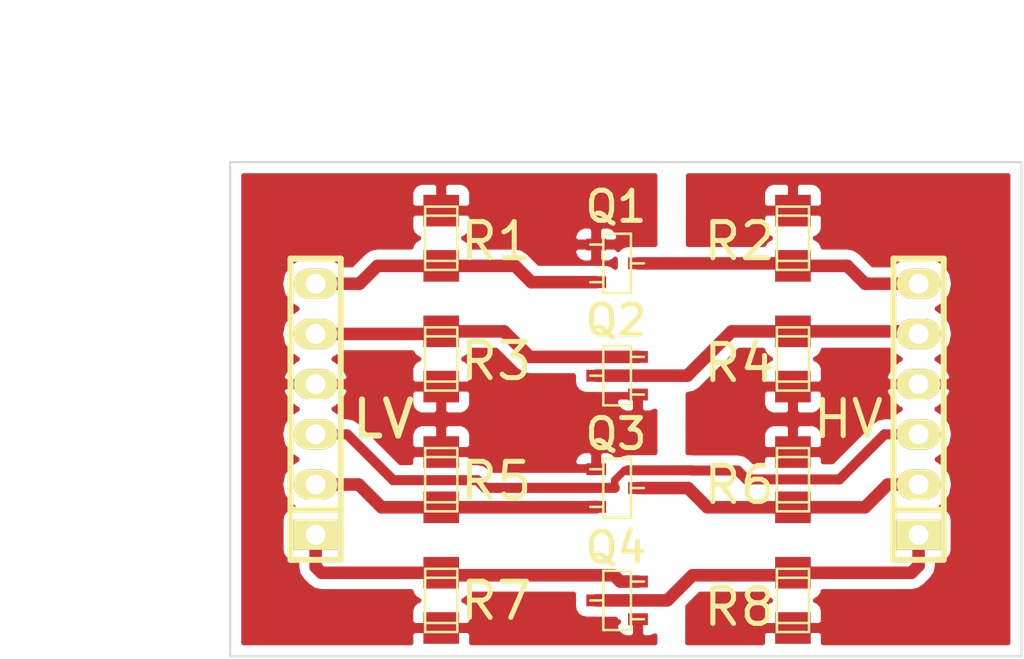
<source format=kicad_pcb>
(kicad_pcb (version 4) (host pcbnew 4.0.5)

  (general
    (links 29)
    (no_connects 1)
    (area 119.949999 85.949999 160.050001 111.050001)
    (thickness 1.6)
    (drawings 6)
    (tracks 69)
    (zones 0)
    (modules 14)
    (nets 12)
  )

  (page A4)
  (layers
    (0 F.Cu signal)
    (31 B.Cu signal)
    (32 B.Adhes user)
    (33 F.Adhes user)
    (34 B.Paste user)
    (35 F.Paste user)
    (36 B.SilkS user)
    (37 F.SilkS user)
    (38 B.Mask user)
    (39 F.Mask user)
    (40 Dwgs.User user)
    (41 Cmts.User user)
    (42 Eco1.User user)
    (43 Eco2.User user)
    (44 Edge.Cuts user)
    (45 Margin user)
    (46 B.CrtYd user)
    (47 F.CrtYd user)
    (48 B.Fab user)
    (49 F.Fab user)
  )

  (setup
    (last_trace_width 0.635)
    (user_trace_width 0.381)
    (user_trace_width 0.508)
    (user_trace_width 0.635)
    (user_trace_width 0.762)
    (user_trace_width 1.27)
    (trace_clearance 0.3048)
    (zone_clearance 0.508)
    (zone_45_only no)
    (trace_min 0.3048)
    (segment_width 0.2)
    (edge_width 0.1)
    (via_size 0.6)
    (via_drill 0.4)
    (via_min_size 0.4)
    (via_min_drill 0.3)
    (uvia_size 0.3)
    (uvia_drill 0.1)
    (uvias_allowed no)
    (uvia_min_size 0.2)
    (uvia_min_drill 0.1)
    (pcb_text_width 0.3)
    (pcb_text_size 1.5 1.5)
    (mod_edge_width 0.15)
    (mod_text_size 1 1)
    (mod_text_width 0.15)
    (pad_size 1.5 1.5)
    (pad_drill 0.6)
    (pad_to_mask_clearance 0)
    (aux_axis_origin 0 0)
    (visible_elements 7FFFFFFF)
    (pcbplotparams
      (layerselection 0x00030_80000001)
      (usegerberextensions false)
      (excludeedgelayer true)
      (linewidth 0.100000)
      (plotframeref false)
      (viasonmask false)
      (mode 1)
      (useauxorigin false)
      (hpglpennumber 1)
      (hpglpenspeed 20)
      (hpglpendiameter 15)
      (hpglpenoverlay 2)
      (psnegative false)
      (psa4output false)
      (plotreference true)
      (plotvalue true)
      (plotinvisibletext false)
      (padsonsilk false)
      (subtractmaskfromsilk false)
      (outputformat 1)
      (mirror false)
      (drillshape 1)
      (scaleselection 1)
      (outputdirectory ""))
  )

  (net 0 "")
  (net 1 /LV4)
  (net 2 /LV3)
  (net 3 GND)
  (net 4 +3V3)
  (net 5 /LV2)
  (net 6 /LV1)
  (net 7 /HV4)
  (net 8 /HV3)
  (net 9 +5V)
  (net 10 /HV2)
  (net 11 /HV1)

  (net_class Default "Esta es la clase de red por defecto."
    (clearance 0.3048)
    (trace_width 0.3048)
    (via_dia 0.6)
    (via_drill 0.4)
    (uvia_dia 0.3)
    (uvia_drill 0.1)
    (add_net +3V3)
    (add_net +5V)
    (add_net /HV1)
    (add_net /HV2)
    (add_net /HV3)
    (add_net /HV4)
    (add_net /LV1)
    (add_net /LV2)
    (add_net /LV3)
    (add_net /LV4)
    (add_net GND)
  )

  (module Footprint:Pin_Header_6 (layer F.Cu) (tedit 58737DD3) (tstamp 57111A04)
    (at 124.32 98.5 90)
    (descr "Pin socket 6pin")
    (tags "CONN DEV")
    (path /57105CE0)
    (fp_text reference J1 (at 0 -3.32 90) (layer F.SilkS) hide
      (effects (font (size 1.8288 1.8288) (thickness 0.254)))
    )
    (fp_text value LV (at -0.5 3.43 180) (layer F.SilkS)
      (effects (font (size 1.8288 1.8288) (thickness 0.3048)))
    )
    (fp_line (start -5.08 -1.27) (end -5.08 1.27) (layer F.SilkS) (width 0.3048))
    (fp_line (start -7.62 1.27) (end -7.62 -1.27) (layer F.SilkS) (width 0.3048))
    (fp_line (start -7.62 -1.27) (end 7.62 -1.27) (layer F.SilkS) (width 0.3048))
    (fp_line (start 7.62 -1.27) (end 7.62 1.27) (layer F.SilkS) (width 0.3048))
    (fp_line (start 7.62 1.27) (end -7.62 1.27) (layer F.SilkS) (width 0.3048))
    (pad 1 thru_hole rect (at -6.35 0 90) (size 1.524 2.19964) (drill 1.00076) (layers *.Cu *.Mask F.SilkS)
      (net 1 /LV4))
    (pad 2 thru_hole oval (at -3.81 0 90) (size 1.524 2.19964) (drill 1.00076) (layers *.Cu *.Mask F.SilkS)
      (net 2 /LV3))
    (pad 3 thru_hole oval (at -1.27 0 90) (size 1.524 2.19964) (drill 1.00076) (layers *.Cu *.Mask F.SilkS)
      (net 3 GND))
    (pad 4 thru_hole oval (at 1.27 0 90) (size 1.524 2.19964) (drill 1.00076) (layers *.Cu *.Mask F.SilkS)
      (net 4 +3V3))
    (pad 5 thru_hole oval (at 3.81 0 90) (size 1.524 2.19964) (drill 1.00076) (layers *.Cu *.Mask F.SilkS)
      (net 5 /LV2))
    (pad 6 thru_hole oval (at 6.35 0 90) (size 1.524 2.19964) (drill 1.00076) (layers *.Cu *.Mask F.SilkS)
      (net 6 /LV1))
    (model Pin_socket_6.wrl
      (at (xyz 0 0 0))
      (scale (xyz 1 1 1))
      (rotate (xyz 0 0 0))
    )
  )

  (module Footprint:Pin_Header_6 (layer F.Cu) (tedit 58737DCE) (tstamp 57111A13)
    (at 154.8 98.5 90)
    (descr "Pin socket 6pin")
    (tags "CONN DEV")
    (path /57105B26)
    (fp_text reference J2 (at 0 -2.159 90) (layer F.SilkS) hide
      (effects (font (size 1.8288 1.8288) (thickness 0.254)))
    )
    (fp_text value HV (at -0.5 -3.55 180) (layer F.SilkS)
      (effects (font (size 1.8288 1.8288) (thickness 0.254)))
    )
    (fp_line (start -5.08 -1.27) (end -5.08 1.27) (layer F.SilkS) (width 0.3048))
    (fp_line (start -7.62 1.27) (end -7.62 -1.27) (layer F.SilkS) (width 0.3048))
    (fp_line (start -7.62 -1.27) (end 7.62 -1.27) (layer F.SilkS) (width 0.3048))
    (fp_line (start 7.62 -1.27) (end 7.62 1.27) (layer F.SilkS) (width 0.3048))
    (fp_line (start 7.62 1.27) (end -7.62 1.27) (layer F.SilkS) (width 0.3048))
    (pad 1 thru_hole rect (at -6.35 0 90) (size 1.524 2.19964) (drill 1.00076) (layers *.Cu *.Mask F.SilkS)
      (net 7 /HV4))
    (pad 2 thru_hole oval (at -3.81 0 90) (size 1.524 2.19964) (drill 1.00076) (layers *.Cu *.Mask F.SilkS)
      (net 8 /HV3))
    (pad 3 thru_hole oval (at -1.27 0 90) (size 1.524 2.19964) (drill 1.00076) (layers *.Cu *.Mask F.SilkS)
      (net 3 GND))
    (pad 4 thru_hole oval (at 1.27 0 90) (size 1.524 2.19964) (drill 1.00076) (layers *.Cu *.Mask F.SilkS)
      (net 9 +5V))
    (pad 5 thru_hole oval (at 3.81 0 90) (size 1.524 2.19964) (drill 1.00076) (layers *.Cu *.Mask F.SilkS)
      (net 10 /HV2))
    (pad 6 thru_hole oval (at 6.35 0 90) (size 1.524 2.19964) (drill 1.00076) (layers *.Cu *.Mask F.SilkS)
      (net 11 /HV1))
    (model Pin_socket_6.wrl
      (at (xyz 0 0 0))
      (scale (xyz 1 1 1))
      (rotate (xyz 0 0 0))
    )
  )

  (module Footprint:SOT23 (layer F.Cu) (tedit 58737E94) (tstamp 57111A21)
    (at 139.56 91.12 270)
    (descr SOT23)
    (path /57079295)
    (fp_text reference Q1 (at -2.87 0.06 360) (layer F.SilkS)
      (effects (font (thickness 0.254)))
    )
    (fp_text value 2N7002 (at 0 0.3302 270) (layer F.SilkS) hide
      (effects (font (size 0.50038 0.50038) (thickness 0.09906)))
    )
    (fp_line (start 0.9525 0.6985) (end 0.9525 1.3589) (layer F.SilkS) (width 0.127))
    (fp_line (start -0.9525 0.6985) (end -0.9525 1.3589) (layer F.SilkS) (width 0.127))
    (fp_line (start 0 -0.6985) (end 0 -1.3589) (layer F.SilkS) (width 0.127))
    (fp_line (start -1.4986 -0.6985) (end 1.4986 -0.6985) (layer F.SilkS) (width 0.127))
    (fp_line (start 1.4986 -0.6985) (end 1.4986 0.6985) (layer F.SilkS) (width 0.127))
    (fp_line (start 1.4986 0.6985) (end -1.4986 0.6985) (layer F.SilkS) (width 0.127))
    (fp_line (start -1.4986 0.6985) (end -1.4986 -0.6985) (layer F.SilkS) (width 0.127))
    (pad 1 smd rect (at -0.9525 1.05664 270) (size 0.59944 1.00076) (layers F.Cu F.Paste F.Mask)
      (net 4 +3V3))
    (pad 2 smd rect (at 0 -1.05664 270) (size 0.59944 1.00076) (layers F.Cu F.Paste F.Mask)
      (net 11 /HV1))
    (pad 3 smd rect (at 0.9525 1.05664 270) (size 0.59944 1.00076) (layers F.Cu F.Paste F.Mask)
      (net 6 /LV1))
    (model SOT-23.wrl
      (at (xyz 0 0 0))
      (scale (xyz 1 1 1))
      (rotate (xyz 0 0 0))
    )
  )

  (module Footprint:SOT23 (layer F.Cu) (tedit 58737E89) (tstamp 57111A2F)
    (at 139.56 96.803333 90)
    (descr SOT23)
    (path /5709CC21)
    (fp_text reference Q2 (at 2.803333 -0.06 180) (layer F.SilkS)
      (effects (font (thickness 0.254)))
    )
    (fp_text value 2N7002 (at 0 0.3302 90) (layer F.SilkS) hide
      (effects (font (size 0.50038 0.50038) (thickness 0.09906)))
    )
    (fp_line (start 0.9525 0.6985) (end 0.9525 1.3589) (layer F.SilkS) (width 0.127))
    (fp_line (start -0.9525 0.6985) (end -0.9525 1.3589) (layer F.SilkS) (width 0.127))
    (fp_line (start 0 -0.6985) (end 0 -1.3589) (layer F.SilkS) (width 0.127))
    (fp_line (start -1.4986 -0.6985) (end 1.4986 -0.6985) (layer F.SilkS) (width 0.127))
    (fp_line (start 1.4986 -0.6985) (end 1.4986 0.6985) (layer F.SilkS) (width 0.127))
    (fp_line (start 1.4986 0.6985) (end -1.4986 0.6985) (layer F.SilkS) (width 0.127))
    (fp_line (start -1.4986 0.6985) (end -1.4986 -0.6985) (layer F.SilkS) (width 0.127))
    (pad 1 smd rect (at -0.9525 1.05664 90) (size 0.59944 1.00076) (layers F.Cu F.Paste F.Mask)
      (net 4 +3V3))
    (pad 2 smd rect (at 0 -1.05664 90) (size 0.59944 1.00076) (layers F.Cu F.Paste F.Mask)
      (net 10 /HV2))
    (pad 3 smd rect (at 0.9525 1.05664 90) (size 0.59944 1.00076) (layers F.Cu F.Paste F.Mask)
      (net 5 /LV2))
    (model SOT-23.wrl
      (at (xyz 0 0 0))
      (scale (xyz 1 1 1))
      (rotate (xyz 0 0 0))
    )
  )

  (module Footprint:SOT23 (layer F.Cu) (tedit 58737E7F) (tstamp 57111A3D)
    (at 139.56 102.486666 270)
    (descr SOT23)
    (path /5709E7A5)
    (fp_text reference Q3 (at -2.736666 0.06 360) (layer F.SilkS)
      (effects (font (thickness 0.254)))
    )
    (fp_text value 2N7002 (at 0 0.3302 270) (layer F.SilkS) hide
      (effects (font (size 0.50038 0.50038) (thickness 0.09906)))
    )
    (fp_line (start 0.9525 0.6985) (end 0.9525 1.3589) (layer F.SilkS) (width 0.127))
    (fp_line (start -0.9525 0.6985) (end -0.9525 1.3589) (layer F.SilkS) (width 0.127))
    (fp_line (start 0 -0.6985) (end 0 -1.3589) (layer F.SilkS) (width 0.127))
    (fp_line (start -1.4986 -0.6985) (end 1.4986 -0.6985) (layer F.SilkS) (width 0.127))
    (fp_line (start 1.4986 -0.6985) (end 1.4986 0.6985) (layer F.SilkS) (width 0.127))
    (fp_line (start 1.4986 0.6985) (end -1.4986 0.6985) (layer F.SilkS) (width 0.127))
    (fp_line (start -1.4986 0.6985) (end -1.4986 -0.6985) (layer F.SilkS) (width 0.127))
    (pad 1 smd rect (at -0.9525 1.05664 270) (size 0.59944 1.00076) (layers F.Cu F.Paste F.Mask)
      (net 4 +3V3))
    (pad 2 smd rect (at 0 -1.05664 270) (size 0.59944 1.00076) (layers F.Cu F.Paste F.Mask)
      (net 8 /HV3))
    (pad 3 smd rect (at 0.9525 1.05664 270) (size 0.59944 1.00076) (layers F.Cu F.Paste F.Mask)
      (net 2 /LV3))
    (model SOT-23.wrl
      (at (xyz 0 0 0))
      (scale (xyz 1 1 1))
      (rotate (xyz 0 0 0))
    )
  )

  (module Footprint:SOT23 (layer F.Cu) (tedit 58737EA8) (tstamp 57111A4B)
    (at 139.56 108.169999 90)
    (descr SOT23)
    (path /5709F0D4)
    (fp_text reference Q4 (at 2.669999 -0.06 180) (layer F.SilkS)
      (effects (font (thickness 0.254)))
    )
    (fp_text value 2N7002 (at 0 0.3302 90) (layer F.SilkS) hide
      (effects (font (size 0.50038 0.50038) (thickness 0.09906)))
    )
    (fp_line (start 0.9525 0.6985) (end 0.9525 1.3589) (layer F.SilkS) (width 0.127))
    (fp_line (start -0.9525 0.6985) (end -0.9525 1.3589) (layer F.SilkS) (width 0.127))
    (fp_line (start 0 -0.6985) (end 0 -1.3589) (layer F.SilkS) (width 0.127))
    (fp_line (start -1.4986 -0.6985) (end 1.4986 -0.6985) (layer F.SilkS) (width 0.127))
    (fp_line (start 1.4986 -0.6985) (end 1.4986 0.6985) (layer F.SilkS) (width 0.127))
    (fp_line (start 1.4986 0.6985) (end -1.4986 0.6985) (layer F.SilkS) (width 0.127))
    (fp_line (start -1.4986 0.6985) (end -1.4986 -0.6985) (layer F.SilkS) (width 0.127))
    (pad 1 smd rect (at -0.9525 1.05664 90) (size 0.59944 1.00076) (layers F.Cu F.Paste F.Mask)
      (net 4 +3V3))
    (pad 2 smd rect (at 0 -1.05664 90) (size 0.59944 1.00076) (layers F.Cu F.Paste F.Mask)
      (net 7 /HV4))
    (pad 3 smd rect (at 0.9525 1.05664 90) (size 0.59944 1.00076) (layers F.Cu F.Paste F.Mask)
      (net 1 /LV4))
    (model SOT-23.wrl
      (at (xyz 0 0 0))
      (scale (xyz 1 1 1))
      (rotate (xyz 0 0 0))
    )
  )

  (module Footprint:R_1206 (layer F.Cu) (tedit 58737D2C) (tstamp 57111A57)
    (at 130.67 89.85 90)
    (descr "SMT resistor, 1206")
    (path /5707905F)
    (fp_text reference R1 (at -0.15 2.775217 180) (layer F.SilkS)
      (effects (font (size 1.8288 1.8288) (thickness 0.254)))
    )
    (fp_text value 10K (at 0 1.27 90) (layer F.SilkS) hide
      (effects (font (size 0.50038 0.50038) (thickness 0.11938)))
    )
    (fp_line (start 1.143 0.8128) (end 1.143 -0.8128) (layer F.SilkS) (width 0.127))
    (fp_line (start -1.143 -0.8128) (end -1.143 0.8128) (layer F.SilkS) (width 0.127))
    (fp_line (start -1.6002 -0.8128) (end -1.6002 0.8128) (layer F.SilkS) (width 0.127))
    (fp_line (start -1.6002 0.8128) (end 1.6002 0.8128) (layer F.SilkS) (width 0.127))
    (fp_line (start 1.6002 0.8128) (end 1.6002 -0.8128) (layer F.SilkS) (width 0.127))
    (fp_line (start 1.6002 -0.8128) (end -1.6002 -0.8128) (layer F.SilkS) (width 0.127))
    (pad 1 smd rect (at 1.397 0 90) (size 1.6002 1.8034) (layers F.Cu F.Paste F.Mask)
      (net 4 +3V3))
    (pad 2 smd rect (at -1.397 0 90) (size 1.6002 1.8034) (layers F.Cu F.Paste F.Mask)
      (net 6 /LV1))
    (model R_1206.wrl
      (at (xyz 0 0 0))
      (scale (xyz 1 1 1))
      (rotate (xyz 0 0 0))
    )
  )

  (module Footprint:R_1206 (layer F.Cu) (tedit 58737D78) (tstamp 57111A63)
    (at 148.45 89.85 90)
    (descr "SMT resistor, 1206")
    (path /570792EE)
    (fp_text reference R2 (at -0.15 -2.7 180) (layer F.SilkS)
      (effects (font (size 1.8288 1.8288) (thickness 0.254)))
    )
    (fp_text value 10K (at 0 1.27 90) (layer F.SilkS) hide
      (effects (font (size 0.50038 0.50038) (thickness 0.11938)))
    )
    (fp_line (start 1.143 0.8128) (end 1.143 -0.8128) (layer F.SilkS) (width 0.127))
    (fp_line (start -1.143 -0.8128) (end -1.143 0.8128) (layer F.SilkS) (width 0.127))
    (fp_line (start -1.6002 -0.8128) (end -1.6002 0.8128) (layer F.SilkS) (width 0.127))
    (fp_line (start -1.6002 0.8128) (end 1.6002 0.8128) (layer F.SilkS) (width 0.127))
    (fp_line (start 1.6002 0.8128) (end 1.6002 -0.8128) (layer F.SilkS) (width 0.127))
    (fp_line (start 1.6002 -0.8128) (end -1.6002 -0.8128) (layer F.SilkS) (width 0.127))
    (pad 1 smd rect (at 1.397 0 90) (size 1.6002 1.8034) (layers F.Cu F.Paste F.Mask)
      (net 9 +5V))
    (pad 2 smd rect (at -1.397 0 90) (size 1.6002 1.8034) (layers F.Cu F.Paste F.Mask)
      (net 11 /HV1))
    (model R_1206.wrl
      (at (xyz 0 0 0))
      (scale (xyz 1 1 1))
      (rotate (xyz 0 0 0))
    )
  )

  (module Footprint:R_1206 (layer F.Cu) (tedit 58737DFE) (tstamp 57111A6F)
    (at 130.67 95.956666 270)
    (descr "SMT resistor, 1206")
    (path /5709CB7A)
    (fp_text reference R3 (at 0.108466 -2.775217 360) (layer F.SilkS)
      (effects (font (size 1.8288 1.8288) (thickness 0.254)))
    )
    (fp_text value 10K (at 0 1.27 270) (layer F.SilkS) hide
      (effects (font (size 0.50038 0.50038) (thickness 0.11938)))
    )
    (fp_line (start 1.143 0.8128) (end 1.143 -0.8128) (layer F.SilkS) (width 0.127))
    (fp_line (start -1.143 -0.8128) (end -1.143 0.8128) (layer F.SilkS) (width 0.127))
    (fp_line (start -1.6002 -0.8128) (end -1.6002 0.8128) (layer F.SilkS) (width 0.127))
    (fp_line (start -1.6002 0.8128) (end 1.6002 0.8128) (layer F.SilkS) (width 0.127))
    (fp_line (start 1.6002 0.8128) (end 1.6002 -0.8128) (layer F.SilkS) (width 0.127))
    (fp_line (start 1.6002 -0.8128) (end -1.6002 -0.8128) (layer F.SilkS) (width 0.127))
    (pad 1 smd rect (at 1.397 0 270) (size 1.6002 1.8034) (layers F.Cu F.Paste F.Mask)
      (net 4 +3V3))
    (pad 2 smd rect (at -1.397 0 270) (size 1.6002 1.8034) (layers F.Cu F.Paste F.Mask)
      (net 5 /LV2))
    (model R_1206.wrl
      (at (xyz 0 0 0))
      (scale (xyz 1 1 1))
      (rotate (xyz 0 0 0))
    )
  )

  (module Footprint:R_1206 (layer F.Cu) (tedit 58737D81) (tstamp 57111A7B)
    (at 148.45 95.956666 270)
    (descr "SMT resistor, 1206")
    (path /5709CBA7)
    (fp_text reference R4 (at 0.21 2.7 360) (layer F.SilkS)
      (effects (font (size 1.8288 1.8288) (thickness 0.254)))
    )
    (fp_text value 10K (at 0 1.27 270) (layer F.SilkS) hide
      (effects (font (size 0.50038 0.50038) (thickness 0.11938)))
    )
    (fp_line (start 1.143 0.8128) (end 1.143 -0.8128) (layer F.SilkS) (width 0.127))
    (fp_line (start -1.143 -0.8128) (end -1.143 0.8128) (layer F.SilkS) (width 0.127))
    (fp_line (start -1.6002 -0.8128) (end -1.6002 0.8128) (layer F.SilkS) (width 0.127))
    (fp_line (start -1.6002 0.8128) (end 1.6002 0.8128) (layer F.SilkS) (width 0.127))
    (fp_line (start 1.6002 0.8128) (end 1.6002 -0.8128) (layer F.SilkS) (width 0.127))
    (fp_line (start 1.6002 -0.8128) (end -1.6002 -0.8128) (layer F.SilkS) (width 0.127))
    (pad 1 smd rect (at 1.397 0 270) (size 1.6002 1.8034) (layers F.Cu F.Paste F.Mask)
      (net 9 +5V))
    (pad 2 smd rect (at -1.397 0 270) (size 1.6002 1.8034) (layers F.Cu F.Paste F.Mask)
      (net 10 /HV2))
    (model R_1206.wrl
      (at (xyz 0 0 0))
      (scale (xyz 1 1 1))
      (rotate (xyz 0 0 0))
    )
  )

  (module Footprint:R_1206 (layer F.Cu) (tedit 58737D6E) (tstamp 57111A87)
    (at 130.67 102.063332 90)
    (descr "SMT resistor, 1206")
    (path /5709E799)
    (fp_text reference R5 (at -0.066932 2.775217 180) (layer F.SilkS)
      (effects (font (size 1.8288 1.8288) (thickness 0.254)))
    )
    (fp_text value 10K (at 0 1.27 90) (layer F.SilkS) hide
      (effects (font (size 0.50038 0.50038) (thickness 0.11938)))
    )
    (fp_line (start 1.143 0.8128) (end 1.143 -0.8128) (layer F.SilkS) (width 0.127))
    (fp_line (start -1.143 -0.8128) (end -1.143 0.8128) (layer F.SilkS) (width 0.127))
    (fp_line (start -1.6002 -0.8128) (end -1.6002 0.8128) (layer F.SilkS) (width 0.127))
    (fp_line (start -1.6002 0.8128) (end 1.6002 0.8128) (layer F.SilkS) (width 0.127))
    (fp_line (start 1.6002 0.8128) (end 1.6002 -0.8128) (layer F.SilkS) (width 0.127))
    (fp_line (start 1.6002 -0.8128) (end -1.6002 -0.8128) (layer F.SilkS) (width 0.127))
    (pad 1 smd rect (at 1.397 0 90) (size 1.6002 1.8034) (layers F.Cu F.Paste F.Mask)
      (net 4 +3V3))
    (pad 2 smd rect (at -1.397 0 90) (size 1.6002 1.8034) (layers F.Cu F.Paste F.Mask)
      (net 2 /LV3))
    (model R_1206.wrl
      (at (xyz 0 0 0))
      (scale (xyz 1 1 1))
      (rotate (xyz 0 0 0))
    )
  )

  (module Footprint:R_1206 (layer F.Cu) (tedit 58737D8B) (tstamp 57111A93)
    (at 148.45 102.063332 90)
    (descr "SMT resistor, 1206")
    (path /5709E79F)
    (fp_text reference R6 (at -0.27 -2.7 180) (layer F.SilkS)
      (effects (font (size 1.8288 1.8288) (thickness 0.254)))
    )
    (fp_text value 10K (at 0 1.27 90) (layer F.SilkS) hide
      (effects (font (size 0.50038 0.50038) (thickness 0.11938)))
    )
    (fp_line (start 1.143 0.8128) (end 1.143 -0.8128) (layer F.SilkS) (width 0.127))
    (fp_line (start -1.143 -0.8128) (end -1.143 0.8128) (layer F.SilkS) (width 0.127))
    (fp_line (start -1.6002 -0.8128) (end -1.6002 0.8128) (layer F.SilkS) (width 0.127))
    (fp_line (start -1.6002 0.8128) (end 1.6002 0.8128) (layer F.SilkS) (width 0.127))
    (fp_line (start 1.6002 0.8128) (end 1.6002 -0.8128) (layer F.SilkS) (width 0.127))
    (fp_line (start 1.6002 -0.8128) (end -1.6002 -0.8128) (layer F.SilkS) (width 0.127))
    (pad 1 smd rect (at 1.397 0 90) (size 1.6002 1.8034) (layers F.Cu F.Paste F.Mask)
      (net 9 +5V))
    (pad 2 smd rect (at -1.397 0 90) (size 1.6002 1.8034) (layers F.Cu F.Paste F.Mask)
      (net 8 /HV3))
    (model R_1206.wrl
      (at (xyz 0 0 0))
      (scale (xyz 1 1 1))
      (rotate (xyz 0 0 0))
    )
  )

  (module Footprint:R_1206 (layer F.Cu) (tedit 58737D66) (tstamp 57111A9F)
    (at 130.67 108.169998 270)
    (descr "SMT resistor, 1206")
    (path /5709F0C8)
    (fp_text reference R7 (at 0.025398 -2.775217 360) (layer F.SilkS)
      (effects (font (size 1.8288 1.8288) (thickness 0.254)))
    )
    (fp_text value 10K (at 0 1.27 270) (layer F.SilkS) hide
      (effects (font (size 0.50038 0.50038) (thickness 0.11938)))
    )
    (fp_line (start 1.143 0.8128) (end 1.143 -0.8128) (layer F.SilkS) (width 0.127))
    (fp_line (start -1.143 -0.8128) (end -1.143 0.8128) (layer F.SilkS) (width 0.127))
    (fp_line (start -1.6002 -0.8128) (end -1.6002 0.8128) (layer F.SilkS) (width 0.127))
    (fp_line (start -1.6002 0.8128) (end 1.6002 0.8128) (layer F.SilkS) (width 0.127))
    (fp_line (start 1.6002 0.8128) (end 1.6002 -0.8128) (layer F.SilkS) (width 0.127))
    (fp_line (start 1.6002 -0.8128) (end -1.6002 -0.8128) (layer F.SilkS) (width 0.127))
    (pad 1 smd rect (at 1.397 0 270) (size 1.6002 1.8034) (layers F.Cu F.Paste F.Mask)
      (net 4 +3V3))
    (pad 2 smd rect (at -1.397 0 270) (size 1.6002 1.8034) (layers F.Cu F.Paste F.Mask)
      (net 1 /LV4))
    (model R_1206.wrl
      (at (xyz 0 0 0))
      (scale (xyz 1 1 1))
      (rotate (xyz 0 0 0))
    )
  )

  (module Footprint:R_1206 (layer F.Cu) (tedit 58737D94) (tstamp 57111AAB)
    (at 148.45 108.169998 270)
    (descr "SMT resistor, 1206")
    (path /5709F0CE)
    (fp_text reference R8 (at 0.33 2.7 360) (layer F.SilkS)
      (effects (font (size 1.8288 1.8288) (thickness 0.254)))
    )
    (fp_text value 10K (at 0 1.27 270) (layer F.SilkS) hide
      (effects (font (size 0.50038 0.50038) (thickness 0.11938)))
    )
    (fp_line (start 1.143 0.8128) (end 1.143 -0.8128) (layer F.SilkS) (width 0.127))
    (fp_line (start -1.143 -0.8128) (end -1.143 0.8128) (layer F.SilkS) (width 0.127))
    (fp_line (start -1.6002 -0.8128) (end -1.6002 0.8128) (layer F.SilkS) (width 0.127))
    (fp_line (start -1.6002 0.8128) (end 1.6002 0.8128) (layer F.SilkS) (width 0.127))
    (fp_line (start 1.6002 0.8128) (end 1.6002 -0.8128) (layer F.SilkS) (width 0.127))
    (fp_line (start 1.6002 -0.8128) (end -1.6002 -0.8128) (layer F.SilkS) (width 0.127))
    (pad 1 smd rect (at 1.397 0 270) (size 1.6002 1.8034) (layers F.Cu F.Paste F.Mask)
      (net 9 +5V))
    (pad 2 smd rect (at -1.397 0 270) (size 1.6002 1.8034) (layers F.Cu F.Paste F.Mask)
      (net 7 /HV4))
    (model R_1206.wrl
      (at (xyz 0 0 0))
      (scale (xyz 1 1 1))
      (rotate (xyz 0 0 0))
    )
  )

  (dimension 25 (width 0.3) (layer Dwgs.User)
    (gr_text 25,000mm (at 114.65 98.5 90) (layer Dwgs.User)
      (effects (font (size 1.5 1.5) (thickness 0.3)))
    )
    (feature1 (pts (xy 120 86) (xy 113.3 86)))
    (feature2 (pts (xy 120 111) (xy 113.3 111)))
    (crossbar (pts (xy 116 111) (xy 116 86)))
    (arrow1a (pts (xy 116 86) (xy 116.586421 87.126504)))
    (arrow1b (pts (xy 116 86) (xy 115.413579 87.126504)))
    (arrow2a (pts (xy 116 111) (xy 116.586421 109.873496)))
    (arrow2b (pts (xy 116 111) (xy 115.413579 109.873496)))
  )
  (dimension 40 (width 0.3) (layer Dwgs.User)
    (gr_text 40,000mm (at 140 79.65) (layer Dwgs.User)
      (effects (font (size 1.5 1.5) (thickness 0.3)))
    )
    (feature1 (pts (xy 160 86) (xy 160 78.3)))
    (feature2 (pts (xy 120 86) (xy 120 78.3)))
    (crossbar (pts (xy 120 81) (xy 160 81)))
    (arrow1a (pts (xy 160 81) (xy 158.873496 81.586421)))
    (arrow1b (pts (xy 160 81) (xy 158.873496 80.413579)))
    (arrow2a (pts (xy 120 81) (xy 121.126504 81.586421)))
    (arrow2b (pts (xy 120 81) (xy 121.126504 80.413579)))
  )
  (gr_line (start 120 111) (end 120 86) (angle 90) (layer Edge.Cuts) (width 0.1))
  (gr_line (start 160 111) (end 120 111) (angle 90) (layer Edge.Cuts) (width 0.1))
  (gr_line (start 160 86) (end 160 111) (angle 90) (layer Edge.Cuts) (width 0.1))
  (gr_line (start 120 86) (end 160 86) (angle 90) (layer Edge.Cuts) (width 0.1))

  (segment (start 124.613 106.773) (end 124.32 106.48) (width 0.635) (layer F.Cu) (net 1))
  (segment (start 124.32 106.48) (end 124.32 104.85) (width 0.635) (layer F.Cu) (net 1))
  (segment (start 125.403 106.773) (end 124.613 106.773) (width 0.635) (layer F.Cu) (net 1))
  (segment (start 130.67 106.773) (end 125.403 106.773) (width 0.635) (layer F.Cu) (net 1))
  (segment (start 139.4 106.9) (end 130.797 106.9) (width 0.635) (layer F.Cu) (net 1))
  (segment (start 130.797 106.9) (end 130.67 106.773) (width 0.635) (layer F.Cu) (net 1))
  (segment (start 139.7175 107.2175) (end 139.4 106.9) (width 0.635) (layer F.Cu) (net 1))
  (segment (start 140.61664 107.2175) (end 139.7175 107.2175) (width 0.635) (layer F.Cu) (net 1))
  (segment (start 130.543 106.9) (end 130.67 106.773) (width 0.635) (layer F.Cu) (net 1))
  (segment (start 130.543 106.9) (end 130.8605 107.2175) (width 0.381) (layer F.Cu) (net 1) (tstamp 5719228C))
  (segment (start 130.67 103.460332) (end 138.482194 103.460332) (width 0.635) (layer F.Cu) (net 2))
  (segment (start 138.482194 103.460332) (end 138.50336 103.439166) (width 0.635) (layer F.Cu) (net 2))
  (segment (start 126.5 102.31) (end 127.650332 103.460332) (width 0.635) (layer F.Cu) (net 2))
  (segment (start 127.650332 103.460332) (end 130.67 103.460332) (width 0.635) (layer F.Cu) (net 2))
  (segment (start 124.32 102.31) (end 126.5 102.31) (width 0.635) (layer F.Cu) (net 2))
  (segment (start 125.86 102.31) (end 124.32 102.31) (width 0.635) (layer F.Cu) (net 2))
  (segment (start 139.44 102.09) (end 139.94 101.59) (width 0.381) (layer F.Cu) (net 3))
  (segment (start 139.94 101.59) (end 140.1 101.59) (width 0.381) (layer F.Cu) (net 3))
  (segment (start 139.44 102.48) (end 139.44 102.09) (width 0.381) (layer F.Cu) (net 3))
  (segment (start 132.89 102.48) (end 132.5 102.09) (width 0.508) (layer F.Cu) (net 3))
  (segment (start 128.24 102.09) (end 125.92 99.77) (width 0.508) (layer F.Cu) (net 3))
  (segment (start 132.5 102.09) (end 128.24 102.09) (width 0.508) (layer F.Cu) (net 3))
  (segment (start 139.44 102.48) (end 133.51 102.48) (width 0.508) (layer F.Cu) (net 3))
  (segment (start 133.51 102.48) (end 132.89 102.48) (width 0.508) (layer F.Cu) (net 3))
  (segment (start 146.1 102.05) (end 150.8 102.05) (width 0.508) (layer F.Cu) (net 3))
  (segment (start 150.8 102.05) (end 153.08 99.77) (width 0.508) (layer F.Cu) (net 3))
  (segment (start 145.68 101.63) (end 146.1 102.05) (width 0.508) (layer F.Cu) (net 3))
  (segment (start 143.36 101.6) (end 145.67 101.6) (width 0.508) (layer F.Cu) (net 3))
  (segment (start 125.92 99.77) (end 124.32 99.77) (width 0.508) (layer F.Cu) (net 3))
  (segment (start 151.8 101.05) (end 153.08 99.77) (width 0.508) (layer F.Cu) (net 3))
  (segment (start 153.08 99.77) (end 154.8 99.77) (width 0.508) (layer F.Cu) (net 3))
  (segment (start 140.1 101.59) (end 143.37 101.59) (width 0.508) (layer F.Cu) (net 3))
  (segment (start 140.61664 95.850833) (end 135.133333 95.850833) (width 0.635) (layer F.Cu) (net 5))
  (segment (start 135.133333 95.850833) (end 133.842166 94.559666) (width 0.635) (layer F.Cu) (net 5))
  (segment (start 130.67 94.559666) (end 133.842166 94.559666) (width 0.635) (layer F.Cu) (net 5))
  (segment (start 133.842166 94.559666) (end 134.88 95.5975) (width 0.635) (layer F.Cu) (net 5))
  (segment (start 124.32 94.69) (end 130.539666 94.69) (width 0.635) (layer F.Cu) (net 5))
  (segment (start 130.539666 94.69) (end 130.67 94.559666) (width 0.635) (layer F.Cu) (net 5))
  (segment (start 126.54 92.15) (end 127.443 91.247) (width 0.635) (layer F.Cu) (net 6))
  (segment (start 127.443 91.247) (end 130.67 91.247) (width 0.635) (layer F.Cu) (net 6))
  (segment (start 124.32 92.15) (end 126.54 92.15) (width 0.635) (layer F.Cu) (net 6))
  (segment (start 134.4 91.247) (end 130.67 91.247) (width 0.635) (layer F.Cu) (net 6))
  (segment (start 135.2255 92.0725) (end 134.4 91.247) (width 0.635) (layer F.Cu) (net 6))
  (segment (start 138.50336 92.0725) (end 135.2255 92.0725) (width 0.635) (layer F.Cu) (net 6))
  (segment (start 154.437 106.773) (end 154.8 106.41) (width 0.635) (layer F.Cu) (net 7))
  (segment (start 154.8 106.41) (end 154.8 104.85) (width 0.635) (layer F.Cu) (net 7))
  (segment (start 153.597 106.773) (end 154.437 106.773) (width 0.635) (layer F.Cu) (net 7))
  (segment (start 148.45 106.773) (end 153.597 106.773) (width 0.635) (layer F.Cu) (net 7))
  (segment (start 148.577 106.9) (end 148.45 106.773) (width 0.635) (layer F.Cu) (net 7))
  (segment (start 143.37 106.9) (end 148.323 106.9) (width 0.635) (layer F.Cu) (net 7))
  (segment (start 148.323 106.9) (end 148.45 106.773) (width 0.635) (layer F.Cu) (net 7))
  (segment (start 142.1 108.17) (end 143.37 106.9) (width 0.635) (layer F.Cu) (net 7))
  (segment (start 138.50336 108.17) (end 142.1 108.17) (width 0.635) (layer F.Cu) (net 7))
  (segment (start 148.45 103.460332) (end 152.089668 103.460332) (width 0.635) (layer F.Cu) (net 8))
  (segment (start 152.089668 103.460332) (end 153.24 102.31) (width 0.635) (layer F.Cu) (net 8))
  (segment (start 143.146666 102.486666) (end 144.120332 103.460332) (width 0.635) (layer F.Cu) (net 8))
  (segment (start 144.120332 103.460332) (end 148.45 103.460332) (width 0.635) (layer F.Cu) (net 8))
  (segment (start 140.61664 102.486666) (end 143.146666 102.486666) (width 0.635) (layer F.Cu) (net 8))
  (segment (start 153.24 102.31) (end 154.8 102.31) (width 0.635) (layer F.Cu) (net 8))
  (segment (start 148.45 94.559666) (end 154.669666 94.559666) (width 0.635) (layer F.Cu) (net 10))
  (segment (start 154.669666 94.559666) (end 154.8 94.69) (width 0.635) (layer F.Cu) (net 10))
  (segment (start 143.106667 96.803333) (end 145.350334 94.559666) (width 0.635) (layer F.Cu) (net 10))
  (segment (start 145.350334 94.559666) (end 148.45 94.559666) (width 0.635) (layer F.Cu) (net 10))
  (segment (start 138.50336 96.803333) (end 143.106667 96.803333) (width 0.635) (layer F.Cu) (net 10))
  (segment (start 151.197 91.247) (end 152.1 92.15) (width 0.635) (layer F.Cu) (net 11))
  (segment (start 152.1 92.15) (end 154.8 92.15) (width 0.635) (layer F.Cu) (net 11))
  (segment (start 148.45 91.247) (end 151.197 91.247) (width 0.635) (layer F.Cu) (net 11))
  (segment (start 140.61664 91.12) (end 148.323 91.12) (width 0.635) (layer F.Cu) (net 11))
  (segment (start 148.323 91.12) (end 148.45 91.247) (width 0.635) (layer F.Cu) (net 11))

  (zone (net 4) (net_name +3V3) (layer F.Cu) (tstamp 5717F465) (hatch edge 0.508)
    (connect_pads (clearance 0.508))
    (min_thickness 0.254)
    (fill yes (arc_segments 16) (thermal_gap 0.508) (thermal_bridge_width 0.508))
    (polygon
      (pts
        (xy 141.6 111) (xy 120 111) (xy 120.01 86.02) (xy 141.6 86.02)
      )
    )
    (filled_polygon
      (pts
        (xy 141.473 90.1675) (xy 140.61664 90.1675) (xy 140.589794 90.17284) (xy 140.11626 90.17284) (xy 139.880943 90.217118)
        (xy 139.664819 90.35619) (xy 139.614835 90.429345) (xy 139.47999 90.2945) (xy 138.63036 90.2945) (xy 138.63036 90.94347)
        (xy 138.78911 91.10222) (xy 139.13005 91.10222) (xy 139.363439 91.005547) (xy 139.46882 90.900165) (xy 139.46882 91.322878)
        (xy 139.46783 91.321339) (xy 139.25563 91.176349) (xy 139.00374 91.12534) (xy 138.530206 91.12534) (xy 138.50336 91.12)
        (xy 135.620038 91.12) (xy 135.073519 90.573481) (xy 134.893581 90.45325) (xy 137.36798 90.45325) (xy 137.36798 90.593529)
        (xy 137.464653 90.826918) (xy 137.643281 91.005547) (xy 137.87667 91.10222) (xy 138.21761 91.10222) (xy 138.37636 90.94347)
        (xy 138.37636 90.2945) (xy 137.52673 90.2945) (xy 137.36798 90.45325) (xy 134.893581 90.45325) (xy 134.764506 90.367005)
        (xy 134.4 90.2945) (xy 132.190464 90.2945) (xy 132.174862 90.211583) (xy 132.03579 89.995459) (xy 131.82359 89.850469)
        (xy 131.800263 89.845745) (xy 131.931399 89.791427) (xy 131.981354 89.741471) (xy 137.36798 89.741471) (xy 137.36798 89.88175)
        (xy 137.52673 90.0405) (xy 138.37636 90.0405) (xy 138.37636 89.39153) (xy 138.63036 89.39153) (xy 138.63036 90.0405)
        (xy 139.47999 90.0405) (xy 139.63874 89.88175) (xy 139.63874 89.741471) (xy 139.542067 89.508082) (xy 139.363439 89.329453)
        (xy 139.13005 89.23278) (xy 138.78911 89.23278) (xy 138.63036 89.39153) (xy 138.37636 89.39153) (xy 138.21761 89.23278)
        (xy 137.87667 89.23278) (xy 137.643281 89.329453) (xy 137.464653 89.508082) (xy 137.36798 89.741471) (xy 131.981354 89.741471)
        (xy 132.110027 89.612798) (xy 132.2067 89.379409) (xy 132.2067 88.73875) (xy 132.04795 88.58) (xy 130.797 88.58)
        (xy 130.797 88.6) (xy 130.543 88.6) (xy 130.543 88.58) (xy 129.29205 88.58) (xy 129.1333 88.73875)
        (xy 129.1333 89.379409) (xy 129.229973 89.612798) (xy 129.408601 89.791427) (xy 129.534295 89.843491) (xy 129.532983 89.843738)
        (xy 129.316859 89.98281) (xy 129.171869 90.19501) (xy 129.151722 90.2945) (xy 127.443 90.2945) (xy 127.078494 90.367005)
        (xy 126.769481 90.573481) (xy 126.145462 91.1975) (xy 125.70324 91.1975) (xy 125.679635 91.162172) (xy 125.226416 90.85934)
        (xy 124.691807 90.753) (xy 123.948193 90.753) (xy 123.413584 90.85934) (xy 122.960365 91.162172) (xy 122.657533 91.615391)
        (xy 122.551193 92.15) (xy 122.657533 92.684609) (xy 122.960365 93.137828) (xy 123.382664 93.42) (xy 122.960365 93.702172)
        (xy 122.657533 94.155391) (xy 122.551193 94.69) (xy 122.657533 95.224609) (xy 122.960365 95.677828) (xy 123.395606 95.968647)
        (xy 123.330239 95.987941) (xy 122.90455 96.331974) (xy 122.64292 96.812723) (xy 122.62796 96.88693) (xy 122.75046 97.103)
        (xy 124.193 97.103) (xy 124.193 97.083) (xy 124.447 97.083) (xy 124.447 97.103) (xy 125.88954 97.103)
        (xy 126.01204 96.88693) (xy 125.99708 96.812723) (xy 125.73545 96.331974) (xy 125.309761 95.987941) (xy 125.244394 95.968647)
        (xy 125.679635 95.677828) (xy 125.70324 95.6425) (xy 129.19565 95.6425) (xy 129.30421 95.811207) (xy 129.51641 95.956197)
        (xy 129.539737 95.960921) (xy 129.408601 96.015239) (xy 129.229973 96.193868) (xy 129.1333 96.427257) (xy 129.1333 97.067916)
        (xy 129.29205 97.226666) (xy 130.543 97.226666) (xy 130.543 97.206666) (xy 130.797 97.206666) (xy 130.797 97.226666)
        (xy 132.04795 97.226666) (xy 132.2067 97.067916) (xy 132.2067 96.427257) (xy 132.110027 96.193868) (xy 131.931399 96.015239)
        (xy 131.805705 95.963175) (xy 131.807017 95.962928) (xy 132.023141 95.823856) (xy 132.168131 95.611656) (xy 132.188278 95.512166)
        (xy 133.447628 95.512166) (xy 134.459814 96.524352) (xy 134.768827 96.730828) (xy 135.133333 96.803333) (xy 137.35554 96.803333)
        (xy 137.35554 97.103053) (xy 137.399818 97.33837) (xy 137.53889 97.554494) (xy 137.75109 97.699484) (xy 138.00298 97.750493)
        (xy 138.476514 97.750493) (xy 138.50336 97.755833) (xy 140.76364 97.755833) (xy 140.76364 97.882833) (xy 140.74364 97.882833)
        (xy 140.74364 98.531803) (xy 140.90239 98.690553) (xy 141.24333 98.690553) (xy 141.473 98.59542) (xy 141.473 100.701)
        (xy 140.1 100.701) (xy 139.759794 100.768671) (xy 139.692298 100.81377) (xy 139.624095 100.827337) (xy 139.544467 100.880543)
        (xy 139.542067 100.874748) (xy 139.363439 100.696119) (xy 139.13005 100.599446) (xy 138.78911 100.599446) (xy 138.63036 100.758196)
        (xy 138.63036 101.407166) (xy 138.65036 101.407166) (xy 138.65036 101.591) (xy 133.258236 101.591) (xy 133.128618 101.461382)
        (xy 133.047478 101.407166) (xy 132.840206 101.268671) (xy 132.5 101.201) (xy 132.2067 101.201) (xy 132.2067 101.108137)
        (xy 137.36798 101.108137) (xy 137.36798 101.248416) (xy 137.52673 101.407166) (xy 138.37636 101.407166) (xy 138.37636 100.758196)
        (xy 138.21761 100.599446) (xy 137.87667 100.599446) (xy 137.643281 100.696119) (xy 137.464653 100.874748) (xy 137.36798 101.108137)
        (xy 132.2067 101.108137) (xy 132.2067 100.952082) (xy 132.04795 100.793332) (xy 130.797 100.793332) (xy 130.797 100.813332)
        (xy 130.543 100.813332) (xy 130.543 100.793332) (xy 129.29205 100.793332) (xy 129.1333 100.952082) (xy 129.1333 101.201)
        (xy 128.608236 101.201) (xy 127.147159 99.739923) (xy 129.1333 99.739923) (xy 129.1333 100.380582) (xy 129.29205 100.539332)
        (xy 130.543 100.539332) (xy 130.543 99.389982) (xy 130.797 99.389982) (xy 130.797 100.539332) (xy 132.04795 100.539332)
        (xy 132.2067 100.380582) (xy 132.2067 99.739923) (xy 132.110027 99.506534) (xy 131.931399 99.327905) (xy 131.69801 99.231232)
        (xy 130.95575 99.231232) (xy 130.797 99.389982) (xy 130.543 99.389982) (xy 130.38425 99.231232) (xy 129.64199 99.231232)
        (xy 129.408601 99.327905) (xy 129.229973 99.506534) (xy 129.1333 99.739923) (xy 127.147159 99.739923) (xy 126.548618 99.141382)
        (xy 126.260206 98.948671) (xy 125.92 98.881) (xy 125.74567 98.881) (xy 125.679635 98.782172) (xy 125.244394 98.491353)
        (xy 125.309761 98.472059) (xy 125.73545 98.128026) (xy 125.99708 97.647277) (xy 125.998664 97.639416) (xy 129.1333 97.639416)
        (xy 129.1333 98.280075) (xy 129.229973 98.513464) (xy 129.408601 98.692093) (xy 129.64199 98.788766) (xy 130.38425 98.788766)
        (xy 130.543 98.630016) (xy 130.543 97.480666) (xy 130.797 97.480666) (xy 130.797 98.630016) (xy 130.95575 98.788766)
        (xy 131.69801 98.788766) (xy 131.931399 98.692093) (xy 132.110027 98.513464) (xy 132.2067 98.280075) (xy 132.2067 98.041583)
        (xy 139.48126 98.041583) (xy 139.48126 98.181862) (xy 139.577933 98.415251) (xy 139.756561 98.59388) (xy 139.98995 98.690553)
        (xy 140.33089 98.690553) (xy 140.48964 98.531803) (xy 140.48964 97.882833) (xy 139.64001 97.882833) (xy 139.48126 98.041583)
        (xy 132.2067 98.041583) (xy 132.2067 97.639416) (xy 132.04795 97.480666) (xy 130.797 97.480666) (xy 130.543 97.480666)
        (xy 129.29205 97.480666) (xy 129.1333 97.639416) (xy 125.998664 97.639416) (xy 126.01204 97.57307) (xy 125.88954 97.357)
        (xy 124.447 97.357) (xy 124.447 97.377) (xy 124.193 97.377) (xy 124.193 97.357) (xy 122.75046 97.357)
        (xy 122.62796 97.57307) (xy 122.64292 97.647277) (xy 122.90455 98.128026) (xy 123.330239 98.472059) (xy 123.395606 98.491353)
        (xy 122.960365 98.782172) (xy 122.657533 99.235391) (xy 122.551193 99.77) (xy 122.657533 100.304609) (xy 122.960365 100.757828)
        (xy 123.382664 101.04) (xy 122.960365 101.322172) (xy 122.657533 101.775391) (xy 122.551193 102.31) (xy 122.657533 102.844609)
        (xy 122.960365 103.297828) (xy 123.18413 103.447343) (xy 122.984863 103.484838) (xy 122.768739 103.62391) (xy 122.623749 103.83611)
        (xy 122.57274 104.088) (xy 122.57274 105.612) (xy 122.617018 105.847317) (xy 122.75609 106.063441) (xy 122.96829 106.208431)
        (xy 123.22018 106.25944) (xy 123.3675 106.25944) (xy 123.3675 106.48) (xy 123.440005 106.844506) (xy 123.646481 107.153519)
        (xy 123.939481 107.44652) (xy 124.124721 107.570293) (xy 124.248494 107.652995) (xy 124.613 107.7255) (xy 129.149536 107.7255)
        (xy 129.165138 107.808415) (xy 129.30421 108.024539) (xy 129.51641 108.169529) (xy 129.539737 108.174253) (xy 129.408601 108.228571)
        (xy 129.229973 108.4072) (xy 129.1333 108.640589) (xy 129.1333 109.281248) (xy 129.29205 109.439998) (xy 130.543 109.439998)
        (xy 130.543 109.419998) (xy 130.797 109.419998) (xy 130.797 109.439998) (xy 132.04795 109.439998) (xy 132.2067 109.281248)
        (xy 132.2067 108.640589) (xy 132.110027 108.4072) (xy 131.931399 108.228571) (xy 131.805705 108.176507) (xy 131.807017 108.17626)
        (xy 132.023141 108.037188) (xy 132.149333 107.8525) (xy 137.35914 107.8525) (xy 137.35554 107.870279) (xy 137.35554 108.469719)
        (xy 137.399818 108.705036) (xy 137.53889 108.92116) (xy 137.75109 109.06615) (xy 138.00298 109.117159) (xy 138.476509 109.117159)
        (xy 138.50336 109.1225) (xy 139.48126 109.1225) (xy 139.48126 109.249501) (xy 139.640008 109.249501) (xy 139.48126 109.408249)
        (xy 139.48126 109.548528) (xy 139.577933 109.781917) (xy 139.756561 109.960546) (xy 139.98995 110.057219) (xy 140.33089 110.057219)
        (xy 140.48964 109.898469) (xy 140.48964 109.249499) (xy 140.46964 109.249499) (xy 140.46964 109.1225) (xy 140.76364 109.1225)
        (xy 140.76364 109.249499) (xy 140.74364 109.249499) (xy 140.74364 109.898469) (xy 140.90239 110.057219) (xy 141.24333 110.057219)
        (xy 141.473 109.962086) (xy 141.473 110.315) (xy 132.2067 110.315) (xy 132.2067 109.852748) (xy 132.04795 109.693998)
        (xy 130.797 109.693998) (xy 130.797 109.713998) (xy 130.543 109.713998) (xy 130.543 109.693998) (xy 129.29205 109.693998)
        (xy 129.1333 109.852748) (xy 129.1333 110.315) (xy 120.685 110.315) (xy 120.685 87.526591) (xy 129.1333 87.526591)
        (xy 129.1333 88.16725) (xy 129.29205 88.326) (xy 130.543 88.326) (xy 130.543 87.17665) (xy 130.797 87.17665)
        (xy 130.797 88.326) (xy 132.04795 88.326) (xy 132.2067 88.16725) (xy 132.2067 87.526591) (xy 132.110027 87.293202)
        (xy 131.931399 87.114573) (xy 131.69801 87.0179) (xy 130.95575 87.0179) (xy 130.797 87.17665) (xy 130.543 87.17665)
        (xy 130.38425 87.0179) (xy 129.64199 87.0179) (xy 129.408601 87.114573) (xy 129.229973 87.293202) (xy 129.1333 87.526591)
        (xy 120.685 87.526591) (xy 120.685 86.685) (xy 141.473 86.685)
      )
    )
  )
  (zone (net 9) (net_name +5V) (layer F.Cu) (tstamp 5717F87E) (hatch edge 0.508)
    (connect_pads (clearance 0.508))
    (min_thickness 0.254)
    (fill yes (arc_segments 16) (thermal_gap 0.508) (thermal_bridge_width 0.508))
    (polygon
      (pts
        (xy 160 111) (xy 143 111) (xy 143.04 85.99) (xy 160 86)
      )
    )
    (filled_polygon
      (pts
        (xy 159.315 110.315) (xy 149.9867 110.315) (xy 149.9867 109.852748) (xy 149.82795 109.693998) (xy 148.577 109.693998)
        (xy 148.577 109.713998) (xy 148.323 109.713998) (xy 148.323 109.693998) (xy 147.07205 109.693998) (xy 146.9133 109.852748)
        (xy 146.9133 110.315) (xy 143.128095 110.315) (xy 143.131021 108.486017) (xy 143.764538 107.8525) (xy 146.973506 107.8525)
        (xy 147.08421 108.024539) (xy 147.29641 108.169529) (xy 147.319737 108.174253) (xy 147.188601 108.228571) (xy 147.009973 108.4072)
        (xy 146.9133 108.640589) (xy 146.9133 109.281248) (xy 147.07205 109.439998) (xy 148.323 109.439998) (xy 148.323 109.419998)
        (xy 148.577 109.419998) (xy 148.577 109.439998) (xy 149.82795 109.439998) (xy 149.9867 109.281248) (xy 149.9867 108.640589)
        (xy 149.890027 108.4072) (xy 149.711399 108.228571) (xy 149.585705 108.176507) (xy 149.587017 108.17626) (xy 149.803141 108.037188)
        (xy 149.948131 107.824988) (xy 149.968278 107.7255) (xy 154.437 107.7255) (xy 154.801506 107.652995) (xy 155.110519 107.446519)
        (xy 155.47352 107.083519) (xy 155.597293 106.898279) (xy 155.679995 106.774506) (xy 155.7525 106.41) (xy 155.7525 106.25944)
        (xy 155.89982 106.25944) (xy 156.135137 106.215162) (xy 156.351261 106.07609) (xy 156.496251 105.86389) (xy 156.54726 105.612)
        (xy 156.54726 104.088) (xy 156.502982 103.852683) (xy 156.36391 103.636559) (xy 156.15171 103.491569) (xy 155.935276 103.44774)
        (xy 156.159635 103.297828) (xy 156.462467 102.844609) (xy 156.568807 102.31) (xy 156.462467 101.775391) (xy 156.159635 101.322172)
        (xy 155.737336 101.04) (xy 156.159635 100.757828) (xy 156.462467 100.304609) (xy 156.568807 99.77) (xy 156.462467 99.235391)
        (xy 156.159635 98.782172) (xy 155.724394 98.491353) (xy 155.789761 98.472059) (xy 156.21545 98.128026) (xy 156.47708 97.647277)
        (xy 156.49204 97.57307) (xy 156.36954 97.357) (xy 154.927 97.357) (xy 154.927 97.377) (xy 154.673 97.377)
        (xy 154.673 97.357) (xy 153.23046 97.357) (xy 153.10796 97.57307) (xy 153.12292 97.647277) (xy 153.38455 98.128026)
        (xy 153.810239 98.472059) (xy 153.875606 98.491353) (xy 153.440365 98.782172) (xy 153.37433 98.881) (xy 153.08 98.881)
        (xy 152.739794 98.948671) (xy 152.451382 99.141382) (xy 150.431764 101.161) (xy 149.9867 101.161) (xy 149.9867 100.952082)
        (xy 149.82795 100.793332) (xy 148.577 100.793332) (xy 148.577 100.813332) (xy 148.323 100.813332) (xy 148.323 100.793332)
        (xy 147.07205 100.793332) (xy 146.9133 100.952082) (xy 146.9133 101.161) (xy 146.468236 101.161) (xy 146.338892 101.031656)
        (xy 146.298618 100.971382) (xy 146.010206 100.778671) (xy 145.67 100.711) (xy 143.420274 100.711) (xy 143.37 100.701)
        (xy 143.143472 100.701) (xy 143.145008 99.739923) (xy 146.9133 99.739923) (xy 146.9133 100.380582) (xy 147.07205 100.539332)
        (xy 148.323 100.539332) (xy 148.323 99.389982) (xy 148.577 99.389982) (xy 148.577 100.539332) (xy 149.82795 100.539332)
        (xy 149.9867 100.380582) (xy 149.9867 99.739923) (xy 149.890027 99.506534) (xy 149.711399 99.327905) (xy 149.47801 99.231232)
        (xy 148.73575 99.231232) (xy 148.577 99.389982) (xy 148.323 99.389982) (xy 148.16425 99.231232) (xy 147.42199 99.231232)
        (xy 147.188601 99.327905) (xy 147.009973 99.506534) (xy 146.9133 99.739923) (xy 143.145008 99.739923) (xy 143.148195 97.747572)
        (xy 143.471173 97.683328) (xy 143.536891 97.639416) (xy 146.9133 97.639416) (xy 146.9133 98.280075) (xy 147.009973 98.513464)
        (xy 147.188601 98.692093) (xy 147.42199 98.788766) (xy 148.16425 98.788766) (xy 148.323 98.630016) (xy 148.323 97.480666)
        (xy 148.577 97.480666) (xy 148.577 98.630016) (xy 148.73575 98.788766) (xy 149.47801 98.788766) (xy 149.711399 98.692093)
        (xy 149.890027 98.513464) (xy 149.9867 98.280075) (xy 149.9867 97.639416) (xy 149.82795 97.480666) (xy 148.577 97.480666)
        (xy 148.323 97.480666) (xy 147.07205 97.480666) (xy 146.9133 97.639416) (xy 143.536891 97.639416) (xy 143.780186 97.476852)
        (xy 145.744872 95.512166) (xy 146.929536 95.512166) (xy 146.945138 95.595083) (xy 147.08421 95.811207) (xy 147.29641 95.956197)
        (xy 147.319737 95.960921) (xy 147.188601 96.015239) (xy 147.009973 96.193868) (xy 146.9133 96.427257) (xy 146.9133 97.067916)
        (xy 147.07205 97.226666) (xy 148.323 97.226666) (xy 148.323 97.206666) (xy 148.577 97.206666) (xy 148.577 97.226666)
        (xy 149.82795 97.226666) (xy 149.9867 97.067916) (xy 149.9867 96.427257) (xy 149.890027 96.193868) (xy 149.711399 96.015239)
        (xy 149.585705 95.963175) (xy 149.587017 95.962928) (xy 149.803141 95.823856) (xy 149.948131 95.611656) (xy 149.968278 95.512166)
        (xy 153.329673 95.512166) (xy 153.440365 95.677828) (xy 153.875606 95.968647) (xy 153.810239 95.987941) (xy 153.38455 96.331974)
        (xy 153.12292 96.812723) (xy 153.10796 96.88693) (xy 153.23046 97.103) (xy 154.673 97.103) (xy 154.673 97.083)
        (xy 154.927 97.083) (xy 154.927 97.103) (xy 156.36954 97.103) (xy 156.49204 96.88693) (xy 156.47708 96.812723)
        (xy 156.21545 96.331974) (xy 155.789761 95.987941) (xy 155.724394 95.968647) (xy 156.159635 95.677828) (xy 156.462467 95.224609)
        (xy 156.568807 94.69) (xy 156.462467 94.155391) (xy 156.159635 93.702172) (xy 155.737336 93.42) (xy 156.159635 93.137828)
        (xy 156.462467 92.684609) (xy 156.568807 92.15) (xy 156.462467 91.615391) (xy 156.159635 91.162172) (xy 155.706416 90.85934)
        (xy 155.171807 90.753) (xy 154.428193 90.753) (xy 153.893584 90.85934) (xy 153.440365 91.162172) (xy 153.41676 91.1975)
        (xy 152.494538 91.1975) (xy 151.870519 90.573481) (xy 151.561506 90.367005) (xy 151.197 90.2945) (xy 149.970464 90.2945)
        (xy 149.954862 90.211583) (xy 149.81579 89.995459) (xy 149.60359 89.850469) (xy 149.580263 89.845745) (xy 149.711399 89.791427)
        (xy 149.890027 89.612798) (xy 149.9867 89.379409) (xy 149.9867 88.73875) (xy 149.82795 88.58) (xy 148.577 88.58)
        (xy 148.577 88.6) (xy 148.323 88.6) (xy 148.323 88.58) (xy 147.07205 88.58) (xy 146.9133 88.73875)
        (xy 146.9133 89.379409) (xy 147.009973 89.612798) (xy 147.188601 89.791427) (xy 147.314295 89.843491) (xy 147.312983 89.843738)
        (xy 147.096859 89.98281) (xy 146.970666 90.1675) (xy 143.160319 90.1675) (xy 143.164542 87.526591) (xy 146.9133 87.526591)
        (xy 146.9133 88.16725) (xy 147.07205 88.326) (xy 148.323 88.326) (xy 148.323 87.17665) (xy 148.577 87.17665)
        (xy 148.577 88.326) (xy 149.82795 88.326) (xy 149.9867 88.16725) (xy 149.9867 87.526591) (xy 149.890027 87.293202)
        (xy 149.711399 87.114573) (xy 149.47801 87.0179) (xy 148.73575 87.0179) (xy 148.577 87.17665) (xy 148.323 87.17665)
        (xy 148.16425 87.0179) (xy 147.42199 87.0179) (xy 147.188601 87.114573) (xy 147.009973 87.293202) (xy 146.9133 87.526591)
        (xy 143.164542 87.526591) (xy 143.165889 86.685) (xy 159.315 86.685)
      )
    )
  )
)

</source>
